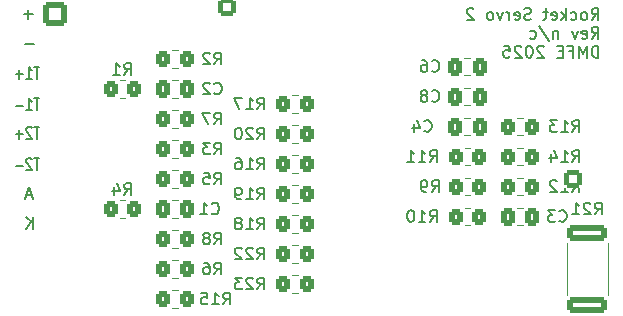
<source format=gbo>
G04 #@! TF.GenerationSoftware,KiCad,Pcbnew,9.0.6*
G04 #@! TF.CreationDate,2025-12-01T20:46:10-08:00*
G04 #@! TF.ProjectId,RocketServo,526f636b-6574-4536-9572-766f2e6b6963,n/c*
G04 #@! TF.SameCoordinates,Original*
G04 #@! TF.FileFunction,Legend,Bot*
G04 #@! TF.FilePolarity,Positive*
%FSLAX46Y46*%
G04 Gerber Fmt 4.6, Leading zero omitted, Abs format (unit mm)*
G04 Created by KiCad (PCBNEW 9.0.6) date 2025-12-01 20:46:10*
%MOMM*%
%LPD*%
G01*
G04 APERTURE LIST*
G04 Aperture macros list*
%AMRoundRect*
0 Rectangle with rounded corners*
0 $1 Rounding radius*
0 $2 $3 $4 $5 $6 $7 $8 $9 X,Y pos of 4 corners*
0 Add a 4 corners polygon primitive as box body*
4,1,4,$2,$3,$4,$5,$6,$7,$8,$9,$2,$3,0*
0 Add four circle primitives for the rounded corners*
1,1,$1+$1,$2,$3*
1,1,$1+$1,$4,$5*
1,1,$1+$1,$6,$7*
1,1,$1+$1,$8,$9*
0 Add four rect primitives between the rounded corners*
20,1,$1+$1,$2,$3,$4,$5,0*
20,1,$1+$1,$4,$5,$6,$7,0*
20,1,$1+$1,$6,$7,$8,$9,0*
20,1,$1+$1,$8,$9,$2,$3,0*%
G04 Aperture macros list end*
%ADD10C,0.150000*%
%ADD11C,0.120000*%
%ADD12R,1.700000X1.700000*%
%ADD13C,1.700000*%
%ADD14RoundRect,0.250000X-0.550000X-0.550000X0.550000X-0.550000X0.550000X0.550000X-0.550000X0.550000X0*%
%ADD15C,1.600000*%
%ADD16C,3.200000*%
%ADD17RoundRect,0.250000X-0.750000X0.750000X-0.750000X-0.750000X0.750000X-0.750000X0.750000X0.750000X0*%
%ADD18C,2.000000*%
%ADD19RoundRect,0.250000X-0.550000X0.550000X-0.550000X-0.550000X0.550000X-0.550000X0.550000X0.550000X0*%
%ADD20RoundRect,0.250000X0.350000X0.450000X-0.350000X0.450000X-0.350000X-0.450000X0.350000X-0.450000X0*%
%ADD21RoundRect,0.250000X-0.350000X-0.450000X0.350000X-0.450000X0.350000X0.450000X-0.350000X0.450000X0*%
%ADD22RoundRect,0.250000X-0.337500X-0.475000X0.337500X-0.475000X0.337500X0.475000X-0.337500X0.475000X0*%
%ADD23RoundRect,0.250000X0.337500X0.475000X-0.337500X0.475000X-0.337500X-0.475000X0.337500X-0.475000X0*%
%ADD24RoundRect,0.249999X1.425001X-0.450001X1.425001X0.450001X-1.425001X0.450001X-1.425001X-0.450001X0*%
G04 APERTURE END LIST*
D10*
X69894220Y-117217819D02*
X69894220Y-116217819D01*
X69322792Y-117217819D02*
X69751363Y-116646390D01*
X69322792Y-116217819D02*
X69894220Y-116789247D01*
X69814839Y-114392104D02*
X69338649Y-114392104D01*
X69910077Y-114677819D02*
X69576744Y-113677819D01*
X69576744Y-113677819D02*
X69243411Y-114677819D01*
X70440744Y-111264819D02*
X70005316Y-111264819D01*
X70223030Y-112264819D02*
X70223030Y-111264819D01*
X69787602Y-111360057D02*
X69751316Y-111312438D01*
X69751316Y-111312438D02*
X69678745Y-111264819D01*
X69678745Y-111264819D02*
X69497316Y-111264819D01*
X69497316Y-111264819D02*
X69424745Y-111312438D01*
X69424745Y-111312438D02*
X69388459Y-111360057D01*
X69388459Y-111360057D02*
X69352173Y-111455295D01*
X69352173Y-111455295D02*
X69352173Y-111550533D01*
X69352173Y-111550533D02*
X69388459Y-111693390D01*
X69388459Y-111693390D02*
X69823887Y-112264819D01*
X69823887Y-112264819D02*
X69352173Y-112264819D01*
X69025602Y-111883866D02*
X68445031Y-111883866D01*
X70440744Y-108597819D02*
X70005316Y-108597819D01*
X70223030Y-109597819D02*
X70223030Y-108597819D01*
X69787602Y-108693057D02*
X69751316Y-108645438D01*
X69751316Y-108645438D02*
X69678745Y-108597819D01*
X69678745Y-108597819D02*
X69497316Y-108597819D01*
X69497316Y-108597819D02*
X69424745Y-108645438D01*
X69424745Y-108645438D02*
X69388459Y-108693057D01*
X69388459Y-108693057D02*
X69352173Y-108788295D01*
X69352173Y-108788295D02*
X69352173Y-108883533D01*
X69352173Y-108883533D02*
X69388459Y-109026390D01*
X69388459Y-109026390D02*
X69823887Y-109597819D01*
X69823887Y-109597819D02*
X69352173Y-109597819D01*
X69025602Y-109216866D02*
X68445031Y-109216866D01*
X68735316Y-109597819D02*
X68735316Y-108835914D01*
X70440744Y-106184819D02*
X70005316Y-106184819D01*
X70223030Y-107184819D02*
X70223030Y-106184819D01*
X69352173Y-107184819D02*
X69787602Y-107184819D01*
X69569887Y-107184819D02*
X69569887Y-106184819D01*
X69569887Y-106184819D02*
X69642459Y-106327676D01*
X69642459Y-106327676D02*
X69715030Y-106422914D01*
X69715030Y-106422914D02*
X69787602Y-106470533D01*
X69025602Y-106803866D02*
X68445031Y-106803866D01*
X70440744Y-103517819D02*
X70005316Y-103517819D01*
X70223030Y-104517819D02*
X70223030Y-103517819D01*
X69352173Y-104517819D02*
X69787602Y-104517819D01*
X69569887Y-104517819D02*
X69569887Y-103517819D01*
X69569887Y-103517819D02*
X69642459Y-103660676D01*
X69642459Y-103660676D02*
X69715030Y-103755914D01*
X69715030Y-103755914D02*
X69787602Y-103803533D01*
X69025602Y-104136866D02*
X68445031Y-104136866D01*
X68735316Y-104517819D02*
X68735316Y-103755914D01*
X70021220Y-101596866D02*
X69259316Y-101596866D01*
X69894220Y-99056866D02*
X69132316Y-99056866D01*
X69513268Y-99437819D02*
X69513268Y-98675914D01*
X117201792Y-99564819D02*
X117535125Y-99088628D01*
X117773220Y-99564819D02*
X117773220Y-98564819D01*
X117773220Y-98564819D02*
X117392268Y-98564819D01*
X117392268Y-98564819D02*
X117297030Y-98612438D01*
X117297030Y-98612438D02*
X117249411Y-98660057D01*
X117249411Y-98660057D02*
X117201792Y-98755295D01*
X117201792Y-98755295D02*
X117201792Y-98898152D01*
X117201792Y-98898152D02*
X117249411Y-98993390D01*
X117249411Y-98993390D02*
X117297030Y-99041009D01*
X117297030Y-99041009D02*
X117392268Y-99088628D01*
X117392268Y-99088628D02*
X117773220Y-99088628D01*
X116630363Y-99564819D02*
X116725601Y-99517200D01*
X116725601Y-99517200D02*
X116773220Y-99469580D01*
X116773220Y-99469580D02*
X116820839Y-99374342D01*
X116820839Y-99374342D02*
X116820839Y-99088628D01*
X116820839Y-99088628D02*
X116773220Y-98993390D01*
X116773220Y-98993390D02*
X116725601Y-98945771D01*
X116725601Y-98945771D02*
X116630363Y-98898152D01*
X116630363Y-98898152D02*
X116487506Y-98898152D01*
X116487506Y-98898152D02*
X116392268Y-98945771D01*
X116392268Y-98945771D02*
X116344649Y-98993390D01*
X116344649Y-98993390D02*
X116297030Y-99088628D01*
X116297030Y-99088628D02*
X116297030Y-99374342D01*
X116297030Y-99374342D02*
X116344649Y-99469580D01*
X116344649Y-99469580D02*
X116392268Y-99517200D01*
X116392268Y-99517200D02*
X116487506Y-99564819D01*
X116487506Y-99564819D02*
X116630363Y-99564819D01*
X115439887Y-99517200D02*
X115535125Y-99564819D01*
X115535125Y-99564819D02*
X115725601Y-99564819D01*
X115725601Y-99564819D02*
X115820839Y-99517200D01*
X115820839Y-99517200D02*
X115868458Y-99469580D01*
X115868458Y-99469580D02*
X115916077Y-99374342D01*
X115916077Y-99374342D02*
X115916077Y-99088628D01*
X115916077Y-99088628D02*
X115868458Y-98993390D01*
X115868458Y-98993390D02*
X115820839Y-98945771D01*
X115820839Y-98945771D02*
X115725601Y-98898152D01*
X115725601Y-98898152D02*
X115535125Y-98898152D01*
X115535125Y-98898152D02*
X115439887Y-98945771D01*
X115011315Y-99564819D02*
X115011315Y-98564819D01*
X114916077Y-99183866D02*
X114630363Y-99564819D01*
X114630363Y-98898152D02*
X115011315Y-99279104D01*
X113820839Y-99517200D02*
X113916077Y-99564819D01*
X113916077Y-99564819D02*
X114106553Y-99564819D01*
X114106553Y-99564819D02*
X114201791Y-99517200D01*
X114201791Y-99517200D02*
X114249410Y-99421961D01*
X114249410Y-99421961D02*
X114249410Y-99041009D01*
X114249410Y-99041009D02*
X114201791Y-98945771D01*
X114201791Y-98945771D02*
X114106553Y-98898152D01*
X114106553Y-98898152D02*
X113916077Y-98898152D01*
X113916077Y-98898152D02*
X113820839Y-98945771D01*
X113820839Y-98945771D02*
X113773220Y-99041009D01*
X113773220Y-99041009D02*
X113773220Y-99136247D01*
X113773220Y-99136247D02*
X114249410Y-99231485D01*
X113487505Y-98898152D02*
X113106553Y-98898152D01*
X113344648Y-98564819D02*
X113344648Y-99421961D01*
X113344648Y-99421961D02*
X113297029Y-99517200D01*
X113297029Y-99517200D02*
X113201791Y-99564819D01*
X113201791Y-99564819D02*
X113106553Y-99564819D01*
X112058933Y-99517200D02*
X111916076Y-99564819D01*
X111916076Y-99564819D02*
X111677981Y-99564819D01*
X111677981Y-99564819D02*
X111582743Y-99517200D01*
X111582743Y-99517200D02*
X111535124Y-99469580D01*
X111535124Y-99469580D02*
X111487505Y-99374342D01*
X111487505Y-99374342D02*
X111487505Y-99279104D01*
X111487505Y-99279104D02*
X111535124Y-99183866D01*
X111535124Y-99183866D02*
X111582743Y-99136247D01*
X111582743Y-99136247D02*
X111677981Y-99088628D01*
X111677981Y-99088628D02*
X111868457Y-99041009D01*
X111868457Y-99041009D02*
X111963695Y-98993390D01*
X111963695Y-98993390D02*
X112011314Y-98945771D01*
X112011314Y-98945771D02*
X112058933Y-98850533D01*
X112058933Y-98850533D02*
X112058933Y-98755295D01*
X112058933Y-98755295D02*
X112011314Y-98660057D01*
X112011314Y-98660057D02*
X111963695Y-98612438D01*
X111963695Y-98612438D02*
X111868457Y-98564819D01*
X111868457Y-98564819D02*
X111630362Y-98564819D01*
X111630362Y-98564819D02*
X111487505Y-98612438D01*
X110677981Y-99517200D02*
X110773219Y-99564819D01*
X110773219Y-99564819D02*
X110963695Y-99564819D01*
X110963695Y-99564819D02*
X111058933Y-99517200D01*
X111058933Y-99517200D02*
X111106552Y-99421961D01*
X111106552Y-99421961D02*
X111106552Y-99041009D01*
X111106552Y-99041009D02*
X111058933Y-98945771D01*
X111058933Y-98945771D02*
X110963695Y-98898152D01*
X110963695Y-98898152D02*
X110773219Y-98898152D01*
X110773219Y-98898152D02*
X110677981Y-98945771D01*
X110677981Y-98945771D02*
X110630362Y-99041009D01*
X110630362Y-99041009D02*
X110630362Y-99136247D01*
X110630362Y-99136247D02*
X111106552Y-99231485D01*
X110201790Y-99564819D02*
X110201790Y-98898152D01*
X110201790Y-99088628D02*
X110154171Y-98993390D01*
X110154171Y-98993390D02*
X110106552Y-98945771D01*
X110106552Y-98945771D02*
X110011314Y-98898152D01*
X110011314Y-98898152D02*
X109916076Y-98898152D01*
X109677980Y-98898152D02*
X109439885Y-99564819D01*
X109439885Y-99564819D02*
X109201790Y-98898152D01*
X108677980Y-99564819D02*
X108773218Y-99517200D01*
X108773218Y-99517200D02*
X108820837Y-99469580D01*
X108820837Y-99469580D02*
X108868456Y-99374342D01*
X108868456Y-99374342D02*
X108868456Y-99088628D01*
X108868456Y-99088628D02*
X108820837Y-98993390D01*
X108820837Y-98993390D02*
X108773218Y-98945771D01*
X108773218Y-98945771D02*
X108677980Y-98898152D01*
X108677980Y-98898152D02*
X108535123Y-98898152D01*
X108535123Y-98898152D02*
X108439885Y-98945771D01*
X108439885Y-98945771D02*
X108392266Y-98993390D01*
X108392266Y-98993390D02*
X108344647Y-99088628D01*
X108344647Y-99088628D02*
X108344647Y-99374342D01*
X108344647Y-99374342D02*
X108392266Y-99469580D01*
X108392266Y-99469580D02*
X108439885Y-99517200D01*
X108439885Y-99517200D02*
X108535123Y-99564819D01*
X108535123Y-99564819D02*
X108677980Y-99564819D01*
X107201789Y-98660057D02*
X107154170Y-98612438D01*
X107154170Y-98612438D02*
X107058932Y-98564819D01*
X107058932Y-98564819D02*
X106820837Y-98564819D01*
X106820837Y-98564819D02*
X106725599Y-98612438D01*
X106725599Y-98612438D02*
X106677980Y-98660057D01*
X106677980Y-98660057D02*
X106630361Y-98755295D01*
X106630361Y-98755295D02*
X106630361Y-98850533D01*
X106630361Y-98850533D02*
X106677980Y-98993390D01*
X106677980Y-98993390D02*
X107249408Y-99564819D01*
X107249408Y-99564819D02*
X106630361Y-99564819D01*
X117201792Y-101129875D02*
X117535125Y-100653684D01*
X117773220Y-101129875D02*
X117773220Y-100129875D01*
X117773220Y-100129875D02*
X117392268Y-100129875D01*
X117392268Y-100129875D02*
X117297030Y-100177494D01*
X117297030Y-100177494D02*
X117249411Y-100225113D01*
X117249411Y-100225113D02*
X117201792Y-100320351D01*
X117201792Y-100320351D02*
X117201792Y-100463208D01*
X117201792Y-100463208D02*
X117249411Y-100558446D01*
X117249411Y-100558446D02*
X117297030Y-100606065D01*
X117297030Y-100606065D02*
X117392268Y-100653684D01*
X117392268Y-100653684D02*
X117773220Y-100653684D01*
X116392268Y-101082256D02*
X116487506Y-101129875D01*
X116487506Y-101129875D02*
X116677982Y-101129875D01*
X116677982Y-101129875D02*
X116773220Y-101082256D01*
X116773220Y-101082256D02*
X116820839Y-100987017D01*
X116820839Y-100987017D02*
X116820839Y-100606065D01*
X116820839Y-100606065D02*
X116773220Y-100510827D01*
X116773220Y-100510827D02*
X116677982Y-100463208D01*
X116677982Y-100463208D02*
X116487506Y-100463208D01*
X116487506Y-100463208D02*
X116392268Y-100510827D01*
X116392268Y-100510827D02*
X116344649Y-100606065D01*
X116344649Y-100606065D02*
X116344649Y-100701303D01*
X116344649Y-100701303D02*
X116820839Y-100796541D01*
X116011315Y-100463208D02*
X115773220Y-101129875D01*
X115773220Y-101129875D02*
X115535125Y-100463208D01*
X114392267Y-100463208D02*
X114392267Y-101129875D01*
X114392267Y-100558446D02*
X114344648Y-100510827D01*
X114344648Y-100510827D02*
X114249410Y-100463208D01*
X114249410Y-100463208D02*
X114106553Y-100463208D01*
X114106553Y-100463208D02*
X114011315Y-100510827D01*
X114011315Y-100510827D02*
X113963696Y-100606065D01*
X113963696Y-100606065D02*
X113963696Y-101129875D01*
X112773220Y-100082256D02*
X113630362Y-101367970D01*
X112011315Y-101082256D02*
X112106553Y-101129875D01*
X112106553Y-101129875D02*
X112297029Y-101129875D01*
X112297029Y-101129875D02*
X112392267Y-101082256D01*
X112392267Y-101082256D02*
X112439886Y-101034636D01*
X112439886Y-101034636D02*
X112487505Y-100939398D01*
X112487505Y-100939398D02*
X112487505Y-100653684D01*
X112487505Y-100653684D02*
X112439886Y-100558446D01*
X112439886Y-100558446D02*
X112392267Y-100510827D01*
X112392267Y-100510827D02*
X112297029Y-100463208D01*
X112297029Y-100463208D02*
X112106553Y-100463208D01*
X112106553Y-100463208D02*
X112011315Y-100510827D01*
X117773220Y-102739819D02*
X117773220Y-101739819D01*
X117773220Y-101739819D02*
X117535125Y-101739819D01*
X117535125Y-101739819D02*
X117392268Y-101787438D01*
X117392268Y-101787438D02*
X117297030Y-101882676D01*
X117297030Y-101882676D02*
X117249411Y-101977914D01*
X117249411Y-101977914D02*
X117201792Y-102168390D01*
X117201792Y-102168390D02*
X117201792Y-102311247D01*
X117201792Y-102311247D02*
X117249411Y-102501723D01*
X117249411Y-102501723D02*
X117297030Y-102596961D01*
X117297030Y-102596961D02*
X117392268Y-102692200D01*
X117392268Y-102692200D02*
X117535125Y-102739819D01*
X117535125Y-102739819D02*
X117773220Y-102739819D01*
X116773220Y-102739819D02*
X116773220Y-101739819D01*
X116773220Y-101739819D02*
X116439887Y-102454104D01*
X116439887Y-102454104D02*
X116106554Y-101739819D01*
X116106554Y-101739819D02*
X116106554Y-102739819D01*
X115297030Y-102216009D02*
X115630363Y-102216009D01*
X115630363Y-102739819D02*
X115630363Y-101739819D01*
X115630363Y-101739819D02*
X115154173Y-101739819D01*
X114773220Y-102216009D02*
X114439887Y-102216009D01*
X114297030Y-102739819D02*
X114773220Y-102739819D01*
X114773220Y-102739819D02*
X114773220Y-101739819D01*
X114773220Y-101739819D02*
X114297030Y-101739819D01*
X113154172Y-101835057D02*
X113106553Y-101787438D01*
X113106553Y-101787438D02*
X113011315Y-101739819D01*
X113011315Y-101739819D02*
X112773220Y-101739819D01*
X112773220Y-101739819D02*
X112677982Y-101787438D01*
X112677982Y-101787438D02*
X112630363Y-101835057D01*
X112630363Y-101835057D02*
X112582744Y-101930295D01*
X112582744Y-101930295D02*
X112582744Y-102025533D01*
X112582744Y-102025533D02*
X112630363Y-102168390D01*
X112630363Y-102168390D02*
X113201791Y-102739819D01*
X113201791Y-102739819D02*
X112582744Y-102739819D01*
X111963696Y-101739819D02*
X111868458Y-101739819D01*
X111868458Y-101739819D02*
X111773220Y-101787438D01*
X111773220Y-101787438D02*
X111725601Y-101835057D01*
X111725601Y-101835057D02*
X111677982Y-101930295D01*
X111677982Y-101930295D02*
X111630363Y-102120771D01*
X111630363Y-102120771D02*
X111630363Y-102358866D01*
X111630363Y-102358866D02*
X111677982Y-102549342D01*
X111677982Y-102549342D02*
X111725601Y-102644580D01*
X111725601Y-102644580D02*
X111773220Y-102692200D01*
X111773220Y-102692200D02*
X111868458Y-102739819D01*
X111868458Y-102739819D02*
X111963696Y-102739819D01*
X111963696Y-102739819D02*
X112058934Y-102692200D01*
X112058934Y-102692200D02*
X112106553Y-102644580D01*
X112106553Y-102644580D02*
X112154172Y-102549342D01*
X112154172Y-102549342D02*
X112201791Y-102358866D01*
X112201791Y-102358866D02*
X112201791Y-102120771D01*
X112201791Y-102120771D02*
X112154172Y-101930295D01*
X112154172Y-101930295D02*
X112106553Y-101835057D01*
X112106553Y-101835057D02*
X112058934Y-101787438D01*
X112058934Y-101787438D02*
X111963696Y-101739819D01*
X111249410Y-101835057D02*
X111201791Y-101787438D01*
X111201791Y-101787438D02*
X111106553Y-101739819D01*
X111106553Y-101739819D02*
X110868458Y-101739819D01*
X110868458Y-101739819D02*
X110773220Y-101787438D01*
X110773220Y-101787438D02*
X110725601Y-101835057D01*
X110725601Y-101835057D02*
X110677982Y-101930295D01*
X110677982Y-101930295D02*
X110677982Y-102025533D01*
X110677982Y-102025533D02*
X110725601Y-102168390D01*
X110725601Y-102168390D02*
X111297029Y-102739819D01*
X111297029Y-102739819D02*
X110677982Y-102739819D01*
X109773220Y-101739819D02*
X110249410Y-101739819D01*
X110249410Y-101739819D02*
X110297029Y-102216009D01*
X110297029Y-102216009D02*
X110249410Y-102168390D01*
X110249410Y-102168390D02*
X110154172Y-102120771D01*
X110154172Y-102120771D02*
X109916077Y-102120771D01*
X109916077Y-102120771D02*
X109820839Y-102168390D01*
X109820839Y-102168390D02*
X109773220Y-102216009D01*
X109773220Y-102216009D02*
X109725601Y-102311247D01*
X109725601Y-102311247D02*
X109725601Y-102549342D01*
X109725601Y-102549342D02*
X109773220Y-102644580D01*
X109773220Y-102644580D02*
X109820839Y-102692200D01*
X109820839Y-102692200D02*
X109916077Y-102739819D01*
X109916077Y-102739819D02*
X110154172Y-102739819D01*
X110154172Y-102739819D02*
X110249410Y-102692200D01*
X110249410Y-102692200D02*
X110297029Y-102644580D01*
X85256666Y-110944819D02*
X85589999Y-110468628D01*
X85828094Y-110944819D02*
X85828094Y-109944819D01*
X85828094Y-109944819D02*
X85447142Y-109944819D01*
X85447142Y-109944819D02*
X85351904Y-109992438D01*
X85351904Y-109992438D02*
X85304285Y-110040057D01*
X85304285Y-110040057D02*
X85256666Y-110135295D01*
X85256666Y-110135295D02*
X85256666Y-110278152D01*
X85256666Y-110278152D02*
X85304285Y-110373390D01*
X85304285Y-110373390D02*
X85351904Y-110421009D01*
X85351904Y-110421009D02*
X85447142Y-110468628D01*
X85447142Y-110468628D02*
X85828094Y-110468628D01*
X84923332Y-109944819D02*
X84304285Y-109944819D01*
X84304285Y-109944819D02*
X84637618Y-110325771D01*
X84637618Y-110325771D02*
X84494761Y-110325771D01*
X84494761Y-110325771D02*
X84399523Y-110373390D01*
X84399523Y-110373390D02*
X84351904Y-110421009D01*
X84351904Y-110421009D02*
X84304285Y-110516247D01*
X84304285Y-110516247D02*
X84304285Y-110754342D01*
X84304285Y-110754342D02*
X84351904Y-110849580D01*
X84351904Y-110849580D02*
X84399523Y-110897200D01*
X84399523Y-110897200D02*
X84494761Y-110944819D01*
X84494761Y-110944819D02*
X84780475Y-110944819D01*
X84780475Y-110944819D02*
X84875713Y-110897200D01*
X84875713Y-110897200D02*
X84923332Y-110849580D01*
X88907857Y-112214819D02*
X89241190Y-111738628D01*
X89479285Y-112214819D02*
X89479285Y-111214819D01*
X89479285Y-111214819D02*
X89098333Y-111214819D01*
X89098333Y-111214819D02*
X89003095Y-111262438D01*
X89003095Y-111262438D02*
X88955476Y-111310057D01*
X88955476Y-111310057D02*
X88907857Y-111405295D01*
X88907857Y-111405295D02*
X88907857Y-111548152D01*
X88907857Y-111548152D02*
X88955476Y-111643390D01*
X88955476Y-111643390D02*
X89003095Y-111691009D01*
X89003095Y-111691009D02*
X89098333Y-111738628D01*
X89098333Y-111738628D02*
X89479285Y-111738628D01*
X87955476Y-112214819D02*
X88526904Y-112214819D01*
X88241190Y-112214819D02*
X88241190Y-111214819D01*
X88241190Y-111214819D02*
X88336428Y-111357676D01*
X88336428Y-111357676D02*
X88431666Y-111452914D01*
X88431666Y-111452914D02*
X88526904Y-111500533D01*
X87098333Y-111214819D02*
X87288809Y-111214819D01*
X87288809Y-111214819D02*
X87384047Y-111262438D01*
X87384047Y-111262438D02*
X87431666Y-111310057D01*
X87431666Y-111310057D02*
X87526904Y-111452914D01*
X87526904Y-111452914D02*
X87574523Y-111643390D01*
X87574523Y-111643390D02*
X87574523Y-112024342D01*
X87574523Y-112024342D02*
X87526904Y-112119580D01*
X87526904Y-112119580D02*
X87479285Y-112167200D01*
X87479285Y-112167200D02*
X87384047Y-112214819D01*
X87384047Y-112214819D02*
X87193571Y-112214819D01*
X87193571Y-112214819D02*
X87098333Y-112167200D01*
X87098333Y-112167200D02*
X87050714Y-112119580D01*
X87050714Y-112119580D02*
X87003095Y-112024342D01*
X87003095Y-112024342D02*
X87003095Y-111786247D01*
X87003095Y-111786247D02*
X87050714Y-111691009D01*
X87050714Y-111691009D02*
X87098333Y-111643390D01*
X87098333Y-111643390D02*
X87193571Y-111595771D01*
X87193571Y-111595771D02*
X87384047Y-111595771D01*
X87384047Y-111595771D02*
X87479285Y-111643390D01*
X87479285Y-111643390D02*
X87526904Y-111691009D01*
X87526904Y-111691009D02*
X87574523Y-111786247D01*
X88907857Y-107134819D02*
X89241190Y-106658628D01*
X89479285Y-107134819D02*
X89479285Y-106134819D01*
X89479285Y-106134819D02*
X89098333Y-106134819D01*
X89098333Y-106134819D02*
X89003095Y-106182438D01*
X89003095Y-106182438D02*
X88955476Y-106230057D01*
X88955476Y-106230057D02*
X88907857Y-106325295D01*
X88907857Y-106325295D02*
X88907857Y-106468152D01*
X88907857Y-106468152D02*
X88955476Y-106563390D01*
X88955476Y-106563390D02*
X89003095Y-106611009D01*
X89003095Y-106611009D02*
X89098333Y-106658628D01*
X89098333Y-106658628D02*
X89479285Y-106658628D01*
X87955476Y-107134819D02*
X88526904Y-107134819D01*
X88241190Y-107134819D02*
X88241190Y-106134819D01*
X88241190Y-106134819D02*
X88336428Y-106277676D01*
X88336428Y-106277676D02*
X88431666Y-106372914D01*
X88431666Y-106372914D02*
X88526904Y-106420533D01*
X87622142Y-106134819D02*
X86955476Y-106134819D01*
X86955476Y-106134819D02*
X87384047Y-107134819D01*
X86002857Y-123644819D02*
X86336190Y-123168628D01*
X86574285Y-123644819D02*
X86574285Y-122644819D01*
X86574285Y-122644819D02*
X86193333Y-122644819D01*
X86193333Y-122644819D02*
X86098095Y-122692438D01*
X86098095Y-122692438D02*
X86050476Y-122740057D01*
X86050476Y-122740057D02*
X86002857Y-122835295D01*
X86002857Y-122835295D02*
X86002857Y-122978152D01*
X86002857Y-122978152D02*
X86050476Y-123073390D01*
X86050476Y-123073390D02*
X86098095Y-123121009D01*
X86098095Y-123121009D02*
X86193333Y-123168628D01*
X86193333Y-123168628D02*
X86574285Y-123168628D01*
X85050476Y-123644819D02*
X85621904Y-123644819D01*
X85336190Y-123644819D02*
X85336190Y-122644819D01*
X85336190Y-122644819D02*
X85431428Y-122787676D01*
X85431428Y-122787676D02*
X85526666Y-122882914D01*
X85526666Y-122882914D02*
X85621904Y-122930533D01*
X84145714Y-122644819D02*
X84621904Y-122644819D01*
X84621904Y-122644819D02*
X84669523Y-123121009D01*
X84669523Y-123121009D02*
X84621904Y-123073390D01*
X84621904Y-123073390D02*
X84526666Y-123025771D01*
X84526666Y-123025771D02*
X84288571Y-123025771D01*
X84288571Y-123025771D02*
X84193333Y-123073390D01*
X84193333Y-123073390D02*
X84145714Y-123121009D01*
X84145714Y-123121009D02*
X84098095Y-123216247D01*
X84098095Y-123216247D02*
X84098095Y-123454342D01*
X84098095Y-123454342D02*
X84145714Y-123549580D01*
X84145714Y-123549580D02*
X84193333Y-123597200D01*
X84193333Y-123597200D02*
X84288571Y-123644819D01*
X84288571Y-123644819D02*
X84526666Y-123644819D01*
X84526666Y-123644819D02*
X84621904Y-123597200D01*
X84621904Y-123597200D02*
X84669523Y-123549580D01*
X85256666Y-113484819D02*
X85589999Y-113008628D01*
X85828094Y-113484819D02*
X85828094Y-112484819D01*
X85828094Y-112484819D02*
X85447142Y-112484819D01*
X85447142Y-112484819D02*
X85351904Y-112532438D01*
X85351904Y-112532438D02*
X85304285Y-112580057D01*
X85304285Y-112580057D02*
X85256666Y-112675295D01*
X85256666Y-112675295D02*
X85256666Y-112818152D01*
X85256666Y-112818152D02*
X85304285Y-112913390D01*
X85304285Y-112913390D02*
X85351904Y-112961009D01*
X85351904Y-112961009D02*
X85447142Y-113008628D01*
X85447142Y-113008628D02*
X85828094Y-113008628D01*
X84351904Y-112484819D02*
X84828094Y-112484819D01*
X84828094Y-112484819D02*
X84875713Y-112961009D01*
X84875713Y-112961009D02*
X84828094Y-112913390D01*
X84828094Y-112913390D02*
X84732856Y-112865771D01*
X84732856Y-112865771D02*
X84494761Y-112865771D01*
X84494761Y-112865771D02*
X84399523Y-112913390D01*
X84399523Y-112913390D02*
X84351904Y-112961009D01*
X84351904Y-112961009D02*
X84304285Y-113056247D01*
X84304285Y-113056247D02*
X84304285Y-113294342D01*
X84304285Y-113294342D02*
X84351904Y-113389580D01*
X84351904Y-113389580D02*
X84399523Y-113437200D01*
X84399523Y-113437200D02*
X84494761Y-113484819D01*
X84494761Y-113484819D02*
X84732856Y-113484819D01*
X84732856Y-113484819D02*
X84828094Y-113437200D01*
X84828094Y-113437200D02*
X84875713Y-113389580D01*
X115577857Y-111579819D02*
X115911190Y-111103628D01*
X116149285Y-111579819D02*
X116149285Y-110579819D01*
X116149285Y-110579819D02*
X115768333Y-110579819D01*
X115768333Y-110579819D02*
X115673095Y-110627438D01*
X115673095Y-110627438D02*
X115625476Y-110675057D01*
X115625476Y-110675057D02*
X115577857Y-110770295D01*
X115577857Y-110770295D02*
X115577857Y-110913152D01*
X115577857Y-110913152D02*
X115625476Y-111008390D01*
X115625476Y-111008390D02*
X115673095Y-111056009D01*
X115673095Y-111056009D02*
X115768333Y-111103628D01*
X115768333Y-111103628D02*
X116149285Y-111103628D01*
X114625476Y-111579819D02*
X115196904Y-111579819D01*
X114911190Y-111579819D02*
X114911190Y-110579819D01*
X114911190Y-110579819D02*
X115006428Y-110722676D01*
X115006428Y-110722676D02*
X115101666Y-110817914D01*
X115101666Y-110817914D02*
X115196904Y-110865533D01*
X113768333Y-110913152D02*
X113768333Y-111579819D01*
X114006428Y-110532200D02*
X114244523Y-111246485D01*
X114244523Y-111246485D02*
X113625476Y-111246485D01*
X77636666Y-114374819D02*
X77969999Y-113898628D01*
X78208094Y-114374819D02*
X78208094Y-113374819D01*
X78208094Y-113374819D02*
X77827142Y-113374819D01*
X77827142Y-113374819D02*
X77731904Y-113422438D01*
X77731904Y-113422438D02*
X77684285Y-113470057D01*
X77684285Y-113470057D02*
X77636666Y-113565295D01*
X77636666Y-113565295D02*
X77636666Y-113708152D01*
X77636666Y-113708152D02*
X77684285Y-113803390D01*
X77684285Y-113803390D02*
X77731904Y-113851009D01*
X77731904Y-113851009D02*
X77827142Y-113898628D01*
X77827142Y-113898628D02*
X78208094Y-113898628D01*
X76779523Y-113708152D02*
X76779523Y-114374819D01*
X77017618Y-113327200D02*
X77255713Y-114041485D01*
X77255713Y-114041485D02*
X76636666Y-114041485D01*
X115577857Y-109039819D02*
X115911190Y-108563628D01*
X116149285Y-109039819D02*
X116149285Y-108039819D01*
X116149285Y-108039819D02*
X115768333Y-108039819D01*
X115768333Y-108039819D02*
X115673095Y-108087438D01*
X115673095Y-108087438D02*
X115625476Y-108135057D01*
X115625476Y-108135057D02*
X115577857Y-108230295D01*
X115577857Y-108230295D02*
X115577857Y-108373152D01*
X115577857Y-108373152D02*
X115625476Y-108468390D01*
X115625476Y-108468390D02*
X115673095Y-108516009D01*
X115673095Y-108516009D02*
X115768333Y-108563628D01*
X115768333Y-108563628D02*
X116149285Y-108563628D01*
X114625476Y-109039819D02*
X115196904Y-109039819D01*
X114911190Y-109039819D02*
X114911190Y-108039819D01*
X114911190Y-108039819D02*
X115006428Y-108182676D01*
X115006428Y-108182676D02*
X115101666Y-108277914D01*
X115101666Y-108277914D02*
X115196904Y-108325533D01*
X114292142Y-108039819D02*
X113673095Y-108039819D01*
X113673095Y-108039819D02*
X114006428Y-108420771D01*
X114006428Y-108420771D02*
X113863571Y-108420771D01*
X113863571Y-108420771D02*
X113768333Y-108468390D01*
X113768333Y-108468390D02*
X113720714Y-108516009D01*
X113720714Y-108516009D02*
X113673095Y-108611247D01*
X113673095Y-108611247D02*
X113673095Y-108849342D01*
X113673095Y-108849342D02*
X113720714Y-108944580D01*
X113720714Y-108944580D02*
X113768333Y-108992200D01*
X113768333Y-108992200D02*
X113863571Y-109039819D01*
X113863571Y-109039819D02*
X114149285Y-109039819D01*
X114149285Y-109039819D02*
X114244523Y-108992200D01*
X114244523Y-108992200D02*
X114292142Y-108944580D01*
X88907857Y-122374819D02*
X89241190Y-121898628D01*
X89479285Y-122374819D02*
X89479285Y-121374819D01*
X89479285Y-121374819D02*
X89098333Y-121374819D01*
X89098333Y-121374819D02*
X89003095Y-121422438D01*
X89003095Y-121422438D02*
X88955476Y-121470057D01*
X88955476Y-121470057D02*
X88907857Y-121565295D01*
X88907857Y-121565295D02*
X88907857Y-121708152D01*
X88907857Y-121708152D02*
X88955476Y-121803390D01*
X88955476Y-121803390D02*
X89003095Y-121851009D01*
X89003095Y-121851009D02*
X89098333Y-121898628D01*
X89098333Y-121898628D02*
X89479285Y-121898628D01*
X88526904Y-121470057D02*
X88479285Y-121422438D01*
X88479285Y-121422438D02*
X88384047Y-121374819D01*
X88384047Y-121374819D02*
X88145952Y-121374819D01*
X88145952Y-121374819D02*
X88050714Y-121422438D01*
X88050714Y-121422438D02*
X88003095Y-121470057D01*
X88003095Y-121470057D02*
X87955476Y-121565295D01*
X87955476Y-121565295D02*
X87955476Y-121660533D01*
X87955476Y-121660533D02*
X88003095Y-121803390D01*
X88003095Y-121803390D02*
X88574523Y-122374819D01*
X88574523Y-122374819D02*
X87955476Y-122374819D01*
X87622142Y-121374819D02*
X87003095Y-121374819D01*
X87003095Y-121374819D02*
X87336428Y-121755771D01*
X87336428Y-121755771D02*
X87193571Y-121755771D01*
X87193571Y-121755771D02*
X87098333Y-121803390D01*
X87098333Y-121803390D02*
X87050714Y-121851009D01*
X87050714Y-121851009D02*
X87003095Y-121946247D01*
X87003095Y-121946247D02*
X87003095Y-122184342D01*
X87003095Y-122184342D02*
X87050714Y-122279580D01*
X87050714Y-122279580D02*
X87098333Y-122327200D01*
X87098333Y-122327200D02*
X87193571Y-122374819D01*
X87193571Y-122374819D02*
X87479285Y-122374819D01*
X87479285Y-122374819D02*
X87574523Y-122327200D01*
X87574523Y-122327200D02*
X87622142Y-122279580D01*
X103671666Y-106404580D02*
X103719285Y-106452200D01*
X103719285Y-106452200D02*
X103862142Y-106499819D01*
X103862142Y-106499819D02*
X103957380Y-106499819D01*
X103957380Y-106499819D02*
X104100237Y-106452200D01*
X104100237Y-106452200D02*
X104195475Y-106356961D01*
X104195475Y-106356961D02*
X104243094Y-106261723D01*
X104243094Y-106261723D02*
X104290713Y-106071247D01*
X104290713Y-106071247D02*
X104290713Y-105928390D01*
X104290713Y-105928390D02*
X104243094Y-105737914D01*
X104243094Y-105737914D02*
X104195475Y-105642676D01*
X104195475Y-105642676D02*
X104100237Y-105547438D01*
X104100237Y-105547438D02*
X103957380Y-105499819D01*
X103957380Y-105499819D02*
X103862142Y-105499819D01*
X103862142Y-105499819D02*
X103719285Y-105547438D01*
X103719285Y-105547438D02*
X103671666Y-105595057D01*
X103100237Y-105928390D02*
X103195475Y-105880771D01*
X103195475Y-105880771D02*
X103243094Y-105833152D01*
X103243094Y-105833152D02*
X103290713Y-105737914D01*
X103290713Y-105737914D02*
X103290713Y-105690295D01*
X103290713Y-105690295D02*
X103243094Y-105595057D01*
X103243094Y-105595057D02*
X103195475Y-105547438D01*
X103195475Y-105547438D02*
X103100237Y-105499819D01*
X103100237Y-105499819D02*
X102909761Y-105499819D01*
X102909761Y-105499819D02*
X102814523Y-105547438D01*
X102814523Y-105547438D02*
X102766904Y-105595057D01*
X102766904Y-105595057D02*
X102719285Y-105690295D01*
X102719285Y-105690295D02*
X102719285Y-105737914D01*
X102719285Y-105737914D02*
X102766904Y-105833152D01*
X102766904Y-105833152D02*
X102814523Y-105880771D01*
X102814523Y-105880771D02*
X102909761Y-105928390D01*
X102909761Y-105928390D02*
X103100237Y-105928390D01*
X103100237Y-105928390D02*
X103195475Y-105976009D01*
X103195475Y-105976009D02*
X103243094Y-106023628D01*
X103243094Y-106023628D02*
X103290713Y-106118866D01*
X103290713Y-106118866D02*
X103290713Y-106309342D01*
X103290713Y-106309342D02*
X103243094Y-106404580D01*
X103243094Y-106404580D02*
X103195475Y-106452200D01*
X103195475Y-106452200D02*
X103100237Y-106499819D01*
X103100237Y-106499819D02*
X102909761Y-106499819D01*
X102909761Y-106499819D02*
X102814523Y-106452200D01*
X102814523Y-106452200D02*
X102766904Y-106404580D01*
X102766904Y-106404580D02*
X102719285Y-106309342D01*
X102719285Y-106309342D02*
X102719285Y-106118866D01*
X102719285Y-106118866D02*
X102766904Y-106023628D01*
X102766904Y-106023628D02*
X102814523Y-105976009D01*
X102814523Y-105976009D02*
X102909761Y-105928390D01*
X88907857Y-114754819D02*
X89241190Y-114278628D01*
X89479285Y-114754819D02*
X89479285Y-113754819D01*
X89479285Y-113754819D02*
X89098333Y-113754819D01*
X89098333Y-113754819D02*
X89003095Y-113802438D01*
X89003095Y-113802438D02*
X88955476Y-113850057D01*
X88955476Y-113850057D02*
X88907857Y-113945295D01*
X88907857Y-113945295D02*
X88907857Y-114088152D01*
X88907857Y-114088152D02*
X88955476Y-114183390D01*
X88955476Y-114183390D02*
X89003095Y-114231009D01*
X89003095Y-114231009D02*
X89098333Y-114278628D01*
X89098333Y-114278628D02*
X89479285Y-114278628D01*
X87955476Y-114754819D02*
X88526904Y-114754819D01*
X88241190Y-114754819D02*
X88241190Y-113754819D01*
X88241190Y-113754819D02*
X88336428Y-113897676D01*
X88336428Y-113897676D02*
X88431666Y-113992914D01*
X88431666Y-113992914D02*
X88526904Y-114040533D01*
X87479285Y-114754819D02*
X87288809Y-114754819D01*
X87288809Y-114754819D02*
X87193571Y-114707200D01*
X87193571Y-114707200D02*
X87145952Y-114659580D01*
X87145952Y-114659580D02*
X87050714Y-114516723D01*
X87050714Y-114516723D02*
X87003095Y-114326247D01*
X87003095Y-114326247D02*
X87003095Y-113945295D01*
X87003095Y-113945295D02*
X87050714Y-113850057D01*
X87050714Y-113850057D02*
X87098333Y-113802438D01*
X87098333Y-113802438D02*
X87193571Y-113754819D01*
X87193571Y-113754819D02*
X87384047Y-113754819D01*
X87384047Y-113754819D02*
X87479285Y-113802438D01*
X87479285Y-113802438D02*
X87526904Y-113850057D01*
X87526904Y-113850057D02*
X87574523Y-113945295D01*
X87574523Y-113945295D02*
X87574523Y-114183390D01*
X87574523Y-114183390D02*
X87526904Y-114278628D01*
X87526904Y-114278628D02*
X87479285Y-114326247D01*
X87479285Y-114326247D02*
X87384047Y-114373866D01*
X87384047Y-114373866D02*
X87193571Y-114373866D01*
X87193571Y-114373866D02*
X87098333Y-114326247D01*
X87098333Y-114326247D02*
X87050714Y-114278628D01*
X87050714Y-114278628D02*
X87003095Y-114183390D01*
X103512857Y-116659819D02*
X103846190Y-116183628D01*
X104084285Y-116659819D02*
X104084285Y-115659819D01*
X104084285Y-115659819D02*
X103703333Y-115659819D01*
X103703333Y-115659819D02*
X103608095Y-115707438D01*
X103608095Y-115707438D02*
X103560476Y-115755057D01*
X103560476Y-115755057D02*
X103512857Y-115850295D01*
X103512857Y-115850295D02*
X103512857Y-115993152D01*
X103512857Y-115993152D02*
X103560476Y-116088390D01*
X103560476Y-116088390D02*
X103608095Y-116136009D01*
X103608095Y-116136009D02*
X103703333Y-116183628D01*
X103703333Y-116183628D02*
X104084285Y-116183628D01*
X102560476Y-116659819D02*
X103131904Y-116659819D01*
X102846190Y-116659819D02*
X102846190Y-115659819D01*
X102846190Y-115659819D02*
X102941428Y-115802676D01*
X102941428Y-115802676D02*
X103036666Y-115897914D01*
X103036666Y-115897914D02*
X103131904Y-115945533D01*
X101941428Y-115659819D02*
X101846190Y-115659819D01*
X101846190Y-115659819D02*
X101750952Y-115707438D01*
X101750952Y-115707438D02*
X101703333Y-115755057D01*
X101703333Y-115755057D02*
X101655714Y-115850295D01*
X101655714Y-115850295D02*
X101608095Y-116040771D01*
X101608095Y-116040771D02*
X101608095Y-116278866D01*
X101608095Y-116278866D02*
X101655714Y-116469342D01*
X101655714Y-116469342D02*
X101703333Y-116564580D01*
X101703333Y-116564580D02*
X101750952Y-116612200D01*
X101750952Y-116612200D02*
X101846190Y-116659819D01*
X101846190Y-116659819D02*
X101941428Y-116659819D01*
X101941428Y-116659819D02*
X102036666Y-116612200D01*
X102036666Y-116612200D02*
X102084285Y-116564580D01*
X102084285Y-116564580D02*
X102131904Y-116469342D01*
X102131904Y-116469342D02*
X102179523Y-116278866D01*
X102179523Y-116278866D02*
X102179523Y-116040771D01*
X102179523Y-116040771D02*
X102131904Y-115850295D01*
X102131904Y-115850295D02*
X102084285Y-115755057D01*
X102084285Y-115755057D02*
X102036666Y-115707438D01*
X102036666Y-115707438D02*
X101941428Y-115659819D01*
X88907857Y-109674819D02*
X89241190Y-109198628D01*
X89479285Y-109674819D02*
X89479285Y-108674819D01*
X89479285Y-108674819D02*
X89098333Y-108674819D01*
X89098333Y-108674819D02*
X89003095Y-108722438D01*
X89003095Y-108722438D02*
X88955476Y-108770057D01*
X88955476Y-108770057D02*
X88907857Y-108865295D01*
X88907857Y-108865295D02*
X88907857Y-109008152D01*
X88907857Y-109008152D02*
X88955476Y-109103390D01*
X88955476Y-109103390D02*
X89003095Y-109151009D01*
X89003095Y-109151009D02*
X89098333Y-109198628D01*
X89098333Y-109198628D02*
X89479285Y-109198628D01*
X88526904Y-108770057D02*
X88479285Y-108722438D01*
X88479285Y-108722438D02*
X88384047Y-108674819D01*
X88384047Y-108674819D02*
X88145952Y-108674819D01*
X88145952Y-108674819D02*
X88050714Y-108722438D01*
X88050714Y-108722438D02*
X88003095Y-108770057D01*
X88003095Y-108770057D02*
X87955476Y-108865295D01*
X87955476Y-108865295D02*
X87955476Y-108960533D01*
X87955476Y-108960533D02*
X88003095Y-109103390D01*
X88003095Y-109103390D02*
X88574523Y-109674819D01*
X88574523Y-109674819D02*
X87955476Y-109674819D01*
X87336428Y-108674819D02*
X87241190Y-108674819D01*
X87241190Y-108674819D02*
X87145952Y-108722438D01*
X87145952Y-108722438D02*
X87098333Y-108770057D01*
X87098333Y-108770057D02*
X87050714Y-108865295D01*
X87050714Y-108865295D02*
X87003095Y-109055771D01*
X87003095Y-109055771D02*
X87003095Y-109293866D01*
X87003095Y-109293866D02*
X87050714Y-109484342D01*
X87050714Y-109484342D02*
X87098333Y-109579580D01*
X87098333Y-109579580D02*
X87145952Y-109627200D01*
X87145952Y-109627200D02*
X87241190Y-109674819D01*
X87241190Y-109674819D02*
X87336428Y-109674819D01*
X87336428Y-109674819D02*
X87431666Y-109627200D01*
X87431666Y-109627200D02*
X87479285Y-109579580D01*
X87479285Y-109579580D02*
X87526904Y-109484342D01*
X87526904Y-109484342D02*
X87574523Y-109293866D01*
X87574523Y-109293866D02*
X87574523Y-109055771D01*
X87574523Y-109055771D02*
X87526904Y-108865295D01*
X87526904Y-108865295D02*
X87479285Y-108770057D01*
X87479285Y-108770057D02*
X87431666Y-108722438D01*
X87431666Y-108722438D02*
X87336428Y-108674819D01*
X77636666Y-104214819D02*
X77969999Y-103738628D01*
X78208094Y-104214819D02*
X78208094Y-103214819D01*
X78208094Y-103214819D02*
X77827142Y-103214819D01*
X77827142Y-103214819D02*
X77731904Y-103262438D01*
X77731904Y-103262438D02*
X77684285Y-103310057D01*
X77684285Y-103310057D02*
X77636666Y-103405295D01*
X77636666Y-103405295D02*
X77636666Y-103548152D01*
X77636666Y-103548152D02*
X77684285Y-103643390D01*
X77684285Y-103643390D02*
X77731904Y-103691009D01*
X77731904Y-103691009D02*
X77827142Y-103738628D01*
X77827142Y-103738628D02*
X78208094Y-103738628D01*
X76684285Y-104214819D02*
X77255713Y-104214819D01*
X76969999Y-104214819D02*
X76969999Y-103214819D01*
X76969999Y-103214819D02*
X77065237Y-103357676D01*
X77065237Y-103357676D02*
X77160475Y-103452914D01*
X77160475Y-103452914D02*
X77255713Y-103500533D01*
X103671666Y-103864580D02*
X103719285Y-103912200D01*
X103719285Y-103912200D02*
X103862142Y-103959819D01*
X103862142Y-103959819D02*
X103957380Y-103959819D01*
X103957380Y-103959819D02*
X104100237Y-103912200D01*
X104100237Y-103912200D02*
X104195475Y-103816961D01*
X104195475Y-103816961D02*
X104243094Y-103721723D01*
X104243094Y-103721723D02*
X104290713Y-103531247D01*
X104290713Y-103531247D02*
X104290713Y-103388390D01*
X104290713Y-103388390D02*
X104243094Y-103197914D01*
X104243094Y-103197914D02*
X104195475Y-103102676D01*
X104195475Y-103102676D02*
X104100237Y-103007438D01*
X104100237Y-103007438D02*
X103957380Y-102959819D01*
X103957380Y-102959819D02*
X103862142Y-102959819D01*
X103862142Y-102959819D02*
X103719285Y-103007438D01*
X103719285Y-103007438D02*
X103671666Y-103055057D01*
X102814523Y-102959819D02*
X103004999Y-102959819D01*
X103004999Y-102959819D02*
X103100237Y-103007438D01*
X103100237Y-103007438D02*
X103147856Y-103055057D01*
X103147856Y-103055057D02*
X103243094Y-103197914D01*
X103243094Y-103197914D02*
X103290713Y-103388390D01*
X103290713Y-103388390D02*
X103290713Y-103769342D01*
X103290713Y-103769342D02*
X103243094Y-103864580D01*
X103243094Y-103864580D02*
X103195475Y-103912200D01*
X103195475Y-103912200D02*
X103100237Y-103959819D01*
X103100237Y-103959819D02*
X102909761Y-103959819D01*
X102909761Y-103959819D02*
X102814523Y-103912200D01*
X102814523Y-103912200D02*
X102766904Y-103864580D01*
X102766904Y-103864580D02*
X102719285Y-103769342D01*
X102719285Y-103769342D02*
X102719285Y-103531247D01*
X102719285Y-103531247D02*
X102766904Y-103436009D01*
X102766904Y-103436009D02*
X102814523Y-103388390D01*
X102814523Y-103388390D02*
X102909761Y-103340771D01*
X102909761Y-103340771D02*
X103100237Y-103340771D01*
X103100237Y-103340771D02*
X103195475Y-103388390D01*
X103195475Y-103388390D02*
X103243094Y-103436009D01*
X103243094Y-103436009D02*
X103290713Y-103531247D01*
X85256666Y-103324819D02*
X85589999Y-102848628D01*
X85828094Y-103324819D02*
X85828094Y-102324819D01*
X85828094Y-102324819D02*
X85447142Y-102324819D01*
X85447142Y-102324819D02*
X85351904Y-102372438D01*
X85351904Y-102372438D02*
X85304285Y-102420057D01*
X85304285Y-102420057D02*
X85256666Y-102515295D01*
X85256666Y-102515295D02*
X85256666Y-102658152D01*
X85256666Y-102658152D02*
X85304285Y-102753390D01*
X85304285Y-102753390D02*
X85351904Y-102801009D01*
X85351904Y-102801009D02*
X85447142Y-102848628D01*
X85447142Y-102848628D02*
X85828094Y-102848628D01*
X84875713Y-102420057D02*
X84828094Y-102372438D01*
X84828094Y-102372438D02*
X84732856Y-102324819D01*
X84732856Y-102324819D02*
X84494761Y-102324819D01*
X84494761Y-102324819D02*
X84399523Y-102372438D01*
X84399523Y-102372438D02*
X84351904Y-102420057D01*
X84351904Y-102420057D02*
X84304285Y-102515295D01*
X84304285Y-102515295D02*
X84304285Y-102610533D01*
X84304285Y-102610533D02*
X84351904Y-102753390D01*
X84351904Y-102753390D02*
X84923332Y-103324819D01*
X84923332Y-103324819D02*
X84304285Y-103324819D01*
X85256666Y-121104819D02*
X85589999Y-120628628D01*
X85828094Y-121104819D02*
X85828094Y-120104819D01*
X85828094Y-120104819D02*
X85447142Y-120104819D01*
X85447142Y-120104819D02*
X85351904Y-120152438D01*
X85351904Y-120152438D02*
X85304285Y-120200057D01*
X85304285Y-120200057D02*
X85256666Y-120295295D01*
X85256666Y-120295295D02*
X85256666Y-120438152D01*
X85256666Y-120438152D02*
X85304285Y-120533390D01*
X85304285Y-120533390D02*
X85351904Y-120581009D01*
X85351904Y-120581009D02*
X85447142Y-120628628D01*
X85447142Y-120628628D02*
X85828094Y-120628628D01*
X84399523Y-120104819D02*
X84589999Y-120104819D01*
X84589999Y-120104819D02*
X84685237Y-120152438D01*
X84685237Y-120152438D02*
X84732856Y-120200057D01*
X84732856Y-120200057D02*
X84828094Y-120342914D01*
X84828094Y-120342914D02*
X84875713Y-120533390D01*
X84875713Y-120533390D02*
X84875713Y-120914342D01*
X84875713Y-120914342D02*
X84828094Y-121009580D01*
X84828094Y-121009580D02*
X84780475Y-121057200D01*
X84780475Y-121057200D02*
X84685237Y-121104819D01*
X84685237Y-121104819D02*
X84494761Y-121104819D01*
X84494761Y-121104819D02*
X84399523Y-121057200D01*
X84399523Y-121057200D02*
X84351904Y-121009580D01*
X84351904Y-121009580D02*
X84304285Y-120914342D01*
X84304285Y-120914342D02*
X84304285Y-120676247D01*
X84304285Y-120676247D02*
X84351904Y-120581009D01*
X84351904Y-120581009D02*
X84399523Y-120533390D01*
X84399523Y-120533390D02*
X84494761Y-120485771D01*
X84494761Y-120485771D02*
X84685237Y-120485771D01*
X84685237Y-120485771D02*
X84780475Y-120533390D01*
X84780475Y-120533390D02*
X84828094Y-120581009D01*
X84828094Y-120581009D02*
X84875713Y-120676247D01*
X115577857Y-114119819D02*
X115911190Y-113643628D01*
X116149285Y-114119819D02*
X116149285Y-113119819D01*
X116149285Y-113119819D02*
X115768333Y-113119819D01*
X115768333Y-113119819D02*
X115673095Y-113167438D01*
X115673095Y-113167438D02*
X115625476Y-113215057D01*
X115625476Y-113215057D02*
X115577857Y-113310295D01*
X115577857Y-113310295D02*
X115577857Y-113453152D01*
X115577857Y-113453152D02*
X115625476Y-113548390D01*
X115625476Y-113548390D02*
X115673095Y-113596009D01*
X115673095Y-113596009D02*
X115768333Y-113643628D01*
X115768333Y-113643628D02*
X116149285Y-113643628D01*
X114625476Y-114119819D02*
X115196904Y-114119819D01*
X114911190Y-114119819D02*
X114911190Y-113119819D01*
X114911190Y-113119819D02*
X115006428Y-113262676D01*
X115006428Y-113262676D02*
X115101666Y-113357914D01*
X115101666Y-113357914D02*
X115196904Y-113405533D01*
X114244523Y-113215057D02*
X114196904Y-113167438D01*
X114196904Y-113167438D02*
X114101666Y-113119819D01*
X114101666Y-113119819D02*
X113863571Y-113119819D01*
X113863571Y-113119819D02*
X113768333Y-113167438D01*
X113768333Y-113167438D02*
X113720714Y-113215057D01*
X113720714Y-113215057D02*
X113673095Y-113310295D01*
X113673095Y-113310295D02*
X113673095Y-113405533D01*
X113673095Y-113405533D02*
X113720714Y-113548390D01*
X113720714Y-113548390D02*
X114292142Y-114119819D01*
X114292142Y-114119819D02*
X113673095Y-114119819D01*
X85256666Y-105769580D02*
X85304285Y-105817200D01*
X85304285Y-105817200D02*
X85447142Y-105864819D01*
X85447142Y-105864819D02*
X85542380Y-105864819D01*
X85542380Y-105864819D02*
X85685237Y-105817200D01*
X85685237Y-105817200D02*
X85780475Y-105721961D01*
X85780475Y-105721961D02*
X85828094Y-105626723D01*
X85828094Y-105626723D02*
X85875713Y-105436247D01*
X85875713Y-105436247D02*
X85875713Y-105293390D01*
X85875713Y-105293390D02*
X85828094Y-105102914D01*
X85828094Y-105102914D02*
X85780475Y-105007676D01*
X85780475Y-105007676D02*
X85685237Y-104912438D01*
X85685237Y-104912438D02*
X85542380Y-104864819D01*
X85542380Y-104864819D02*
X85447142Y-104864819D01*
X85447142Y-104864819D02*
X85304285Y-104912438D01*
X85304285Y-104912438D02*
X85256666Y-104960057D01*
X84875713Y-104960057D02*
X84828094Y-104912438D01*
X84828094Y-104912438D02*
X84732856Y-104864819D01*
X84732856Y-104864819D02*
X84494761Y-104864819D01*
X84494761Y-104864819D02*
X84399523Y-104912438D01*
X84399523Y-104912438D02*
X84351904Y-104960057D01*
X84351904Y-104960057D02*
X84304285Y-105055295D01*
X84304285Y-105055295D02*
X84304285Y-105150533D01*
X84304285Y-105150533D02*
X84351904Y-105293390D01*
X84351904Y-105293390D02*
X84923332Y-105864819D01*
X84923332Y-105864819D02*
X84304285Y-105864819D01*
X88907857Y-117294819D02*
X89241190Y-116818628D01*
X89479285Y-117294819D02*
X89479285Y-116294819D01*
X89479285Y-116294819D02*
X89098333Y-116294819D01*
X89098333Y-116294819D02*
X89003095Y-116342438D01*
X89003095Y-116342438D02*
X88955476Y-116390057D01*
X88955476Y-116390057D02*
X88907857Y-116485295D01*
X88907857Y-116485295D02*
X88907857Y-116628152D01*
X88907857Y-116628152D02*
X88955476Y-116723390D01*
X88955476Y-116723390D02*
X89003095Y-116771009D01*
X89003095Y-116771009D02*
X89098333Y-116818628D01*
X89098333Y-116818628D02*
X89479285Y-116818628D01*
X87955476Y-117294819D02*
X88526904Y-117294819D01*
X88241190Y-117294819D02*
X88241190Y-116294819D01*
X88241190Y-116294819D02*
X88336428Y-116437676D01*
X88336428Y-116437676D02*
X88431666Y-116532914D01*
X88431666Y-116532914D02*
X88526904Y-116580533D01*
X87384047Y-116723390D02*
X87479285Y-116675771D01*
X87479285Y-116675771D02*
X87526904Y-116628152D01*
X87526904Y-116628152D02*
X87574523Y-116532914D01*
X87574523Y-116532914D02*
X87574523Y-116485295D01*
X87574523Y-116485295D02*
X87526904Y-116390057D01*
X87526904Y-116390057D02*
X87479285Y-116342438D01*
X87479285Y-116342438D02*
X87384047Y-116294819D01*
X87384047Y-116294819D02*
X87193571Y-116294819D01*
X87193571Y-116294819D02*
X87098333Y-116342438D01*
X87098333Y-116342438D02*
X87050714Y-116390057D01*
X87050714Y-116390057D02*
X87003095Y-116485295D01*
X87003095Y-116485295D02*
X87003095Y-116532914D01*
X87003095Y-116532914D02*
X87050714Y-116628152D01*
X87050714Y-116628152D02*
X87098333Y-116675771D01*
X87098333Y-116675771D02*
X87193571Y-116723390D01*
X87193571Y-116723390D02*
X87384047Y-116723390D01*
X87384047Y-116723390D02*
X87479285Y-116771009D01*
X87479285Y-116771009D02*
X87526904Y-116818628D01*
X87526904Y-116818628D02*
X87574523Y-116913866D01*
X87574523Y-116913866D02*
X87574523Y-117104342D01*
X87574523Y-117104342D02*
X87526904Y-117199580D01*
X87526904Y-117199580D02*
X87479285Y-117247200D01*
X87479285Y-117247200D02*
X87384047Y-117294819D01*
X87384047Y-117294819D02*
X87193571Y-117294819D01*
X87193571Y-117294819D02*
X87098333Y-117247200D01*
X87098333Y-117247200D02*
X87050714Y-117199580D01*
X87050714Y-117199580D02*
X87003095Y-117104342D01*
X87003095Y-117104342D02*
X87003095Y-116913866D01*
X87003095Y-116913866D02*
X87050714Y-116818628D01*
X87050714Y-116818628D02*
X87098333Y-116771009D01*
X87098333Y-116771009D02*
X87193571Y-116723390D01*
X117482857Y-116024819D02*
X117816190Y-115548628D01*
X118054285Y-116024819D02*
X118054285Y-115024819D01*
X118054285Y-115024819D02*
X117673333Y-115024819D01*
X117673333Y-115024819D02*
X117578095Y-115072438D01*
X117578095Y-115072438D02*
X117530476Y-115120057D01*
X117530476Y-115120057D02*
X117482857Y-115215295D01*
X117482857Y-115215295D02*
X117482857Y-115358152D01*
X117482857Y-115358152D02*
X117530476Y-115453390D01*
X117530476Y-115453390D02*
X117578095Y-115501009D01*
X117578095Y-115501009D02*
X117673333Y-115548628D01*
X117673333Y-115548628D02*
X118054285Y-115548628D01*
X117101904Y-115120057D02*
X117054285Y-115072438D01*
X117054285Y-115072438D02*
X116959047Y-115024819D01*
X116959047Y-115024819D02*
X116720952Y-115024819D01*
X116720952Y-115024819D02*
X116625714Y-115072438D01*
X116625714Y-115072438D02*
X116578095Y-115120057D01*
X116578095Y-115120057D02*
X116530476Y-115215295D01*
X116530476Y-115215295D02*
X116530476Y-115310533D01*
X116530476Y-115310533D02*
X116578095Y-115453390D01*
X116578095Y-115453390D02*
X117149523Y-116024819D01*
X117149523Y-116024819D02*
X116530476Y-116024819D01*
X115578095Y-116024819D02*
X116149523Y-116024819D01*
X115863809Y-116024819D02*
X115863809Y-115024819D01*
X115863809Y-115024819D02*
X115959047Y-115167676D01*
X115959047Y-115167676D02*
X116054285Y-115262914D01*
X116054285Y-115262914D02*
X116149523Y-115310533D01*
X85256666Y-108404819D02*
X85589999Y-107928628D01*
X85828094Y-108404819D02*
X85828094Y-107404819D01*
X85828094Y-107404819D02*
X85447142Y-107404819D01*
X85447142Y-107404819D02*
X85351904Y-107452438D01*
X85351904Y-107452438D02*
X85304285Y-107500057D01*
X85304285Y-107500057D02*
X85256666Y-107595295D01*
X85256666Y-107595295D02*
X85256666Y-107738152D01*
X85256666Y-107738152D02*
X85304285Y-107833390D01*
X85304285Y-107833390D02*
X85351904Y-107881009D01*
X85351904Y-107881009D02*
X85447142Y-107928628D01*
X85447142Y-107928628D02*
X85828094Y-107928628D01*
X84923332Y-107404819D02*
X84256666Y-107404819D01*
X84256666Y-107404819D02*
X84685237Y-108404819D01*
X88907857Y-119834819D02*
X89241190Y-119358628D01*
X89479285Y-119834819D02*
X89479285Y-118834819D01*
X89479285Y-118834819D02*
X89098333Y-118834819D01*
X89098333Y-118834819D02*
X89003095Y-118882438D01*
X89003095Y-118882438D02*
X88955476Y-118930057D01*
X88955476Y-118930057D02*
X88907857Y-119025295D01*
X88907857Y-119025295D02*
X88907857Y-119168152D01*
X88907857Y-119168152D02*
X88955476Y-119263390D01*
X88955476Y-119263390D02*
X89003095Y-119311009D01*
X89003095Y-119311009D02*
X89098333Y-119358628D01*
X89098333Y-119358628D02*
X89479285Y-119358628D01*
X88526904Y-118930057D02*
X88479285Y-118882438D01*
X88479285Y-118882438D02*
X88384047Y-118834819D01*
X88384047Y-118834819D02*
X88145952Y-118834819D01*
X88145952Y-118834819D02*
X88050714Y-118882438D01*
X88050714Y-118882438D02*
X88003095Y-118930057D01*
X88003095Y-118930057D02*
X87955476Y-119025295D01*
X87955476Y-119025295D02*
X87955476Y-119120533D01*
X87955476Y-119120533D02*
X88003095Y-119263390D01*
X88003095Y-119263390D02*
X88574523Y-119834819D01*
X88574523Y-119834819D02*
X87955476Y-119834819D01*
X87574523Y-118930057D02*
X87526904Y-118882438D01*
X87526904Y-118882438D02*
X87431666Y-118834819D01*
X87431666Y-118834819D02*
X87193571Y-118834819D01*
X87193571Y-118834819D02*
X87098333Y-118882438D01*
X87098333Y-118882438D02*
X87050714Y-118930057D01*
X87050714Y-118930057D02*
X87003095Y-119025295D01*
X87003095Y-119025295D02*
X87003095Y-119120533D01*
X87003095Y-119120533D02*
X87050714Y-119263390D01*
X87050714Y-119263390D02*
X87622142Y-119834819D01*
X87622142Y-119834819D02*
X87003095Y-119834819D01*
X103671666Y-114119819D02*
X104004999Y-113643628D01*
X104243094Y-114119819D02*
X104243094Y-113119819D01*
X104243094Y-113119819D02*
X103862142Y-113119819D01*
X103862142Y-113119819D02*
X103766904Y-113167438D01*
X103766904Y-113167438D02*
X103719285Y-113215057D01*
X103719285Y-113215057D02*
X103671666Y-113310295D01*
X103671666Y-113310295D02*
X103671666Y-113453152D01*
X103671666Y-113453152D02*
X103719285Y-113548390D01*
X103719285Y-113548390D02*
X103766904Y-113596009D01*
X103766904Y-113596009D02*
X103862142Y-113643628D01*
X103862142Y-113643628D02*
X104243094Y-113643628D01*
X103195475Y-114119819D02*
X103004999Y-114119819D01*
X103004999Y-114119819D02*
X102909761Y-114072200D01*
X102909761Y-114072200D02*
X102862142Y-114024580D01*
X102862142Y-114024580D02*
X102766904Y-113881723D01*
X102766904Y-113881723D02*
X102719285Y-113691247D01*
X102719285Y-113691247D02*
X102719285Y-113310295D01*
X102719285Y-113310295D02*
X102766904Y-113215057D01*
X102766904Y-113215057D02*
X102814523Y-113167438D01*
X102814523Y-113167438D02*
X102909761Y-113119819D01*
X102909761Y-113119819D02*
X103100237Y-113119819D01*
X103100237Y-113119819D02*
X103195475Y-113167438D01*
X103195475Y-113167438D02*
X103243094Y-113215057D01*
X103243094Y-113215057D02*
X103290713Y-113310295D01*
X103290713Y-113310295D02*
X103290713Y-113548390D01*
X103290713Y-113548390D02*
X103243094Y-113643628D01*
X103243094Y-113643628D02*
X103195475Y-113691247D01*
X103195475Y-113691247D02*
X103100237Y-113738866D01*
X103100237Y-113738866D02*
X102909761Y-113738866D01*
X102909761Y-113738866D02*
X102814523Y-113691247D01*
X102814523Y-113691247D02*
X102766904Y-113643628D01*
X102766904Y-113643628D02*
X102719285Y-113548390D01*
X85024166Y-115929580D02*
X85071785Y-115977200D01*
X85071785Y-115977200D02*
X85214642Y-116024819D01*
X85214642Y-116024819D02*
X85309880Y-116024819D01*
X85309880Y-116024819D02*
X85452737Y-115977200D01*
X85452737Y-115977200D02*
X85547975Y-115881961D01*
X85547975Y-115881961D02*
X85595594Y-115786723D01*
X85595594Y-115786723D02*
X85643213Y-115596247D01*
X85643213Y-115596247D02*
X85643213Y-115453390D01*
X85643213Y-115453390D02*
X85595594Y-115262914D01*
X85595594Y-115262914D02*
X85547975Y-115167676D01*
X85547975Y-115167676D02*
X85452737Y-115072438D01*
X85452737Y-115072438D02*
X85309880Y-115024819D01*
X85309880Y-115024819D02*
X85214642Y-115024819D01*
X85214642Y-115024819D02*
X85071785Y-115072438D01*
X85071785Y-115072438D02*
X85024166Y-115120057D01*
X84071785Y-116024819D02*
X84643213Y-116024819D01*
X84357499Y-116024819D02*
X84357499Y-115024819D01*
X84357499Y-115024819D02*
X84452737Y-115167676D01*
X84452737Y-115167676D02*
X84547975Y-115262914D01*
X84547975Y-115262914D02*
X84643213Y-115310533D01*
X103512857Y-111579819D02*
X103846190Y-111103628D01*
X104084285Y-111579819D02*
X104084285Y-110579819D01*
X104084285Y-110579819D02*
X103703333Y-110579819D01*
X103703333Y-110579819D02*
X103608095Y-110627438D01*
X103608095Y-110627438D02*
X103560476Y-110675057D01*
X103560476Y-110675057D02*
X103512857Y-110770295D01*
X103512857Y-110770295D02*
X103512857Y-110913152D01*
X103512857Y-110913152D02*
X103560476Y-111008390D01*
X103560476Y-111008390D02*
X103608095Y-111056009D01*
X103608095Y-111056009D02*
X103703333Y-111103628D01*
X103703333Y-111103628D02*
X104084285Y-111103628D01*
X102560476Y-111579819D02*
X103131904Y-111579819D01*
X102846190Y-111579819D02*
X102846190Y-110579819D01*
X102846190Y-110579819D02*
X102941428Y-110722676D01*
X102941428Y-110722676D02*
X103036666Y-110817914D01*
X103036666Y-110817914D02*
X103131904Y-110865533D01*
X101608095Y-111579819D02*
X102179523Y-111579819D01*
X101893809Y-111579819D02*
X101893809Y-110579819D01*
X101893809Y-110579819D02*
X101989047Y-110722676D01*
X101989047Y-110722676D02*
X102084285Y-110817914D01*
X102084285Y-110817914D02*
X102179523Y-110865533D01*
X114466666Y-116564580D02*
X114514285Y-116612200D01*
X114514285Y-116612200D02*
X114657142Y-116659819D01*
X114657142Y-116659819D02*
X114752380Y-116659819D01*
X114752380Y-116659819D02*
X114895237Y-116612200D01*
X114895237Y-116612200D02*
X114990475Y-116516961D01*
X114990475Y-116516961D02*
X115038094Y-116421723D01*
X115038094Y-116421723D02*
X115085713Y-116231247D01*
X115085713Y-116231247D02*
X115085713Y-116088390D01*
X115085713Y-116088390D02*
X115038094Y-115897914D01*
X115038094Y-115897914D02*
X114990475Y-115802676D01*
X114990475Y-115802676D02*
X114895237Y-115707438D01*
X114895237Y-115707438D02*
X114752380Y-115659819D01*
X114752380Y-115659819D02*
X114657142Y-115659819D01*
X114657142Y-115659819D02*
X114514285Y-115707438D01*
X114514285Y-115707438D02*
X114466666Y-115755057D01*
X114133332Y-115659819D02*
X113514285Y-115659819D01*
X113514285Y-115659819D02*
X113847618Y-116040771D01*
X113847618Y-116040771D02*
X113704761Y-116040771D01*
X113704761Y-116040771D02*
X113609523Y-116088390D01*
X113609523Y-116088390D02*
X113561904Y-116136009D01*
X113561904Y-116136009D02*
X113514285Y-116231247D01*
X113514285Y-116231247D02*
X113514285Y-116469342D01*
X113514285Y-116469342D02*
X113561904Y-116564580D01*
X113561904Y-116564580D02*
X113609523Y-116612200D01*
X113609523Y-116612200D02*
X113704761Y-116659819D01*
X113704761Y-116659819D02*
X113990475Y-116659819D01*
X113990475Y-116659819D02*
X114085713Y-116612200D01*
X114085713Y-116612200D02*
X114133332Y-116564580D01*
X103036666Y-108944580D02*
X103084285Y-108992200D01*
X103084285Y-108992200D02*
X103227142Y-109039819D01*
X103227142Y-109039819D02*
X103322380Y-109039819D01*
X103322380Y-109039819D02*
X103465237Y-108992200D01*
X103465237Y-108992200D02*
X103560475Y-108896961D01*
X103560475Y-108896961D02*
X103608094Y-108801723D01*
X103608094Y-108801723D02*
X103655713Y-108611247D01*
X103655713Y-108611247D02*
X103655713Y-108468390D01*
X103655713Y-108468390D02*
X103608094Y-108277914D01*
X103608094Y-108277914D02*
X103560475Y-108182676D01*
X103560475Y-108182676D02*
X103465237Y-108087438D01*
X103465237Y-108087438D02*
X103322380Y-108039819D01*
X103322380Y-108039819D02*
X103227142Y-108039819D01*
X103227142Y-108039819D02*
X103084285Y-108087438D01*
X103084285Y-108087438D02*
X103036666Y-108135057D01*
X102179523Y-108373152D02*
X102179523Y-109039819D01*
X102417618Y-107992200D02*
X102655713Y-108706485D01*
X102655713Y-108706485D02*
X102036666Y-108706485D01*
X85256666Y-118564819D02*
X85589999Y-118088628D01*
X85828094Y-118564819D02*
X85828094Y-117564819D01*
X85828094Y-117564819D02*
X85447142Y-117564819D01*
X85447142Y-117564819D02*
X85351904Y-117612438D01*
X85351904Y-117612438D02*
X85304285Y-117660057D01*
X85304285Y-117660057D02*
X85256666Y-117755295D01*
X85256666Y-117755295D02*
X85256666Y-117898152D01*
X85256666Y-117898152D02*
X85304285Y-117993390D01*
X85304285Y-117993390D02*
X85351904Y-118041009D01*
X85351904Y-118041009D02*
X85447142Y-118088628D01*
X85447142Y-118088628D02*
X85828094Y-118088628D01*
X84685237Y-117993390D02*
X84780475Y-117945771D01*
X84780475Y-117945771D02*
X84828094Y-117898152D01*
X84828094Y-117898152D02*
X84875713Y-117802914D01*
X84875713Y-117802914D02*
X84875713Y-117755295D01*
X84875713Y-117755295D02*
X84828094Y-117660057D01*
X84828094Y-117660057D02*
X84780475Y-117612438D01*
X84780475Y-117612438D02*
X84685237Y-117564819D01*
X84685237Y-117564819D02*
X84494761Y-117564819D01*
X84494761Y-117564819D02*
X84399523Y-117612438D01*
X84399523Y-117612438D02*
X84351904Y-117660057D01*
X84351904Y-117660057D02*
X84304285Y-117755295D01*
X84304285Y-117755295D02*
X84304285Y-117802914D01*
X84304285Y-117802914D02*
X84351904Y-117898152D01*
X84351904Y-117898152D02*
X84399523Y-117945771D01*
X84399523Y-117945771D02*
X84494761Y-117993390D01*
X84494761Y-117993390D02*
X84685237Y-117993390D01*
X84685237Y-117993390D02*
X84780475Y-118041009D01*
X84780475Y-118041009D02*
X84828094Y-118088628D01*
X84828094Y-118088628D02*
X84875713Y-118183866D01*
X84875713Y-118183866D02*
X84875713Y-118374342D01*
X84875713Y-118374342D02*
X84828094Y-118469580D01*
X84828094Y-118469580D02*
X84780475Y-118517200D01*
X84780475Y-118517200D02*
X84685237Y-118564819D01*
X84685237Y-118564819D02*
X84494761Y-118564819D01*
X84494761Y-118564819D02*
X84399523Y-118517200D01*
X84399523Y-118517200D02*
X84351904Y-118469580D01*
X84351904Y-118469580D02*
X84304285Y-118374342D01*
X84304285Y-118374342D02*
X84304285Y-118183866D01*
X84304285Y-118183866D02*
X84351904Y-118088628D01*
X84351904Y-118088628D02*
X84399523Y-118041009D01*
X84399523Y-118041009D02*
X84494761Y-117993390D01*
D11*
X82142064Y-109755000D02*
X81687936Y-109755000D01*
X82142064Y-111225000D02*
X81687936Y-111225000D01*
X91847936Y-111025000D02*
X92302064Y-111025000D01*
X91847936Y-112495000D02*
X92302064Y-112495000D01*
X92302064Y-105945000D02*
X91847936Y-105945000D01*
X92302064Y-107415000D02*
X91847936Y-107415000D01*
X82142064Y-122455000D02*
X81687936Y-122455000D01*
X82142064Y-123925000D02*
X81687936Y-123925000D01*
X82142064Y-112295000D02*
X81687936Y-112295000D01*
X82142064Y-113765000D02*
X81687936Y-113765000D01*
X110897936Y-110390000D02*
X111352064Y-110390000D01*
X110897936Y-111860000D02*
X111352064Y-111860000D01*
X77697064Y-114835000D02*
X77242936Y-114835000D01*
X77697064Y-116305000D02*
X77242936Y-116305000D01*
X110897936Y-107850000D02*
X111352064Y-107850000D01*
X110897936Y-109320000D02*
X111352064Y-109320000D01*
X92302064Y-121185000D02*
X91847936Y-121185000D01*
X92302064Y-122655000D02*
X91847936Y-122655000D01*
X106418748Y-105310000D02*
X106941252Y-105310000D01*
X106418748Y-106780000D02*
X106941252Y-106780000D01*
X92302064Y-113565000D02*
X91847936Y-113565000D01*
X92302064Y-115035000D02*
X91847936Y-115035000D01*
X106452936Y-115470000D02*
X106907064Y-115470000D01*
X106452936Y-116940000D02*
X106907064Y-116940000D01*
X91847936Y-108485000D02*
X92302064Y-108485000D01*
X91847936Y-109955000D02*
X92302064Y-109955000D01*
X77697064Y-104675000D02*
X77242936Y-104675000D01*
X77697064Y-106145000D02*
X77242936Y-106145000D01*
X106418748Y-102770000D02*
X106941252Y-102770000D01*
X106418748Y-104240000D02*
X106941252Y-104240000D01*
X82142064Y-102135000D02*
X81687936Y-102135000D01*
X82142064Y-103605000D02*
X81687936Y-103605000D01*
X82142064Y-119915000D02*
X81687936Y-119915000D01*
X82142064Y-121385000D02*
X81687936Y-121385000D01*
X110897936Y-112930000D02*
X111352064Y-112930000D01*
X110897936Y-114400000D02*
X111352064Y-114400000D01*
X82176252Y-104675000D02*
X81653748Y-104675000D01*
X82176252Y-106145000D02*
X81653748Y-106145000D01*
X91847936Y-116105000D02*
X92302064Y-116105000D01*
X91847936Y-117575000D02*
X92302064Y-117575000D01*
X115130000Y-122827064D02*
X115130000Y-118472936D01*
X118550000Y-122827064D02*
X118550000Y-118472936D01*
X81687936Y-107215000D02*
X82142064Y-107215000D01*
X81687936Y-108685000D02*
X82142064Y-108685000D01*
X91847936Y-118645000D02*
X92302064Y-118645000D01*
X91847936Y-120115000D02*
X92302064Y-120115000D01*
X106907064Y-112930000D02*
X106452936Y-112930000D01*
X106907064Y-114400000D02*
X106452936Y-114400000D01*
X82176252Y-114835000D02*
X81653748Y-114835000D01*
X82176252Y-116305000D02*
X81653748Y-116305000D01*
X106452936Y-110390000D02*
X106907064Y-110390000D01*
X106452936Y-111860000D02*
X106907064Y-111860000D01*
X110863748Y-115470000D02*
X111386252Y-115470000D01*
X110863748Y-116940000D02*
X111386252Y-116940000D01*
X106418748Y-107850000D02*
X106941252Y-107850000D01*
X106418748Y-109320000D02*
X106941252Y-109320000D01*
X81687936Y-117375000D02*
X82142064Y-117375000D01*
X81687936Y-118845000D02*
X82142064Y-118845000D01*
%LPC*%
D12*
X106045000Y-119380000D03*
D13*
X108585000Y-119380000D03*
X111125000Y-119380000D03*
D14*
X115657621Y-113030000D03*
D15*
X118157621Y-113030000D03*
D16*
X72390000Y-121920000D03*
D12*
X99060000Y-104140000D03*
D13*
X99060000Y-106680000D03*
X99060000Y-109220000D03*
X99060000Y-111760000D03*
X99060000Y-114300000D03*
D12*
X106045000Y-123190000D03*
D13*
X108585000Y-123190000D03*
X111125000Y-123190000D03*
D16*
X99060000Y-99060000D03*
D17*
X71755000Y-99060000D03*
D18*
X71755000Y-101600000D03*
X71755000Y-104140000D03*
X71755000Y-106680000D03*
X71755000Y-109220000D03*
X71755000Y-111760000D03*
X71755000Y-114300000D03*
X71755000Y-116840000D03*
D19*
X86360000Y-98425000D03*
D15*
X86360000Y-100425000D03*
D20*
X82915000Y-110490000D03*
X80915000Y-110490000D03*
D21*
X91075000Y-111760000D03*
X93075000Y-111760000D03*
D20*
X93075000Y-106680000D03*
X91075000Y-106680000D03*
X82915000Y-123190000D03*
X80915000Y-123190000D03*
X82915000Y-113030000D03*
X80915000Y-113030000D03*
D21*
X110125000Y-111125000D03*
X112125000Y-111125000D03*
D20*
X78470000Y-115570000D03*
X76470000Y-115570000D03*
D21*
X110125000Y-108585000D03*
X112125000Y-108585000D03*
D20*
X93075000Y-121920000D03*
X91075000Y-121920000D03*
D22*
X105642500Y-106045000D03*
X107717500Y-106045000D03*
D20*
X93075000Y-114300000D03*
X91075000Y-114300000D03*
D21*
X105680000Y-116205000D03*
X107680000Y-116205000D03*
X91075000Y-109220000D03*
X93075000Y-109220000D03*
D20*
X78470000Y-105410000D03*
X76470000Y-105410000D03*
D22*
X105642500Y-103505000D03*
X107717500Y-103505000D03*
D20*
X82915000Y-102870000D03*
X80915000Y-102870000D03*
X82915000Y-120650000D03*
X80915000Y-120650000D03*
D21*
X110125000Y-113665000D03*
X112125000Y-113665000D03*
D23*
X82952500Y-105410000D03*
X80877500Y-105410000D03*
D21*
X91075000Y-116840000D03*
X93075000Y-116840000D03*
D24*
X116840000Y-123700000D03*
X116840000Y-117600000D03*
D21*
X80915000Y-107950000D03*
X82915000Y-107950000D03*
X91075000Y-119380000D03*
X93075000Y-119380000D03*
D20*
X107680000Y-113665000D03*
X105680000Y-113665000D03*
D23*
X82952500Y-115570000D03*
X80877500Y-115570000D03*
D21*
X105680000Y-111125000D03*
X107680000Y-111125000D03*
D22*
X110087500Y-116205000D03*
X112162500Y-116205000D03*
X105642500Y-108585000D03*
X107717500Y-108585000D03*
D21*
X80915000Y-118110000D03*
X82915000Y-118110000D03*
%LPD*%
M02*

</source>
